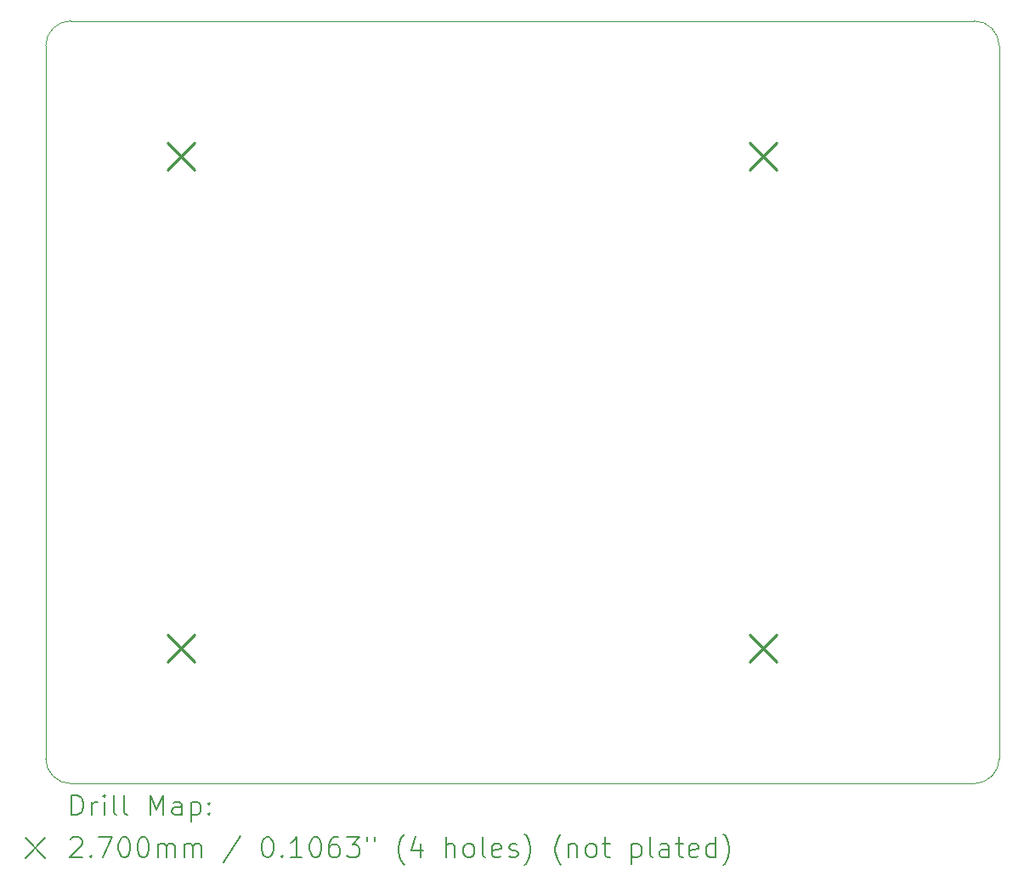
<source format=gbr>
%TF.GenerationSoftware,KiCad,Pcbnew,8.0.1*%
%TF.CreationDate,2024-04-28T12:21:24+02:00*%
%TF.ProjectId,IoT-Project,496f542d-5072-46f6-9a65-63742e6b6963,rev?*%
%TF.SameCoordinates,Original*%
%TF.FileFunction,Drillmap*%
%TF.FilePolarity,Positive*%
%FSLAX45Y45*%
G04 Gerber Fmt 4.5, Leading zero omitted, Abs format (unit mm)*
G04 Created by KiCad (PCBNEW 8.0.1) date 2024-04-28 12:21:24*
%MOMM*%
%LPD*%
G01*
G04 APERTURE LIST*
%ADD10C,0.050000*%
%ADD11C,0.200000*%
%ADD12C,0.270000*%
G04 APERTURE END LIST*
D10*
X12900000Y-16250000D02*
X3900000Y-16250000D01*
X13150000Y-8900000D02*
X13150000Y-16000000D01*
X3900000Y-8650000D02*
X12900000Y-8650000D01*
X3650000Y-16000000D02*
X3650000Y-8900000D01*
X3900000Y-16250000D02*
G75*
G02*
X3650000Y-16000000I0J250000D01*
G01*
X13150000Y-16000000D02*
G75*
G02*
X12900000Y-16250000I-250000J0D01*
G01*
X3650000Y-8900000D02*
G75*
G02*
X3900000Y-8650000I250000J0D01*
G01*
X12900000Y-8650000D02*
G75*
G02*
X13150000Y-8900000I0J-250000D01*
G01*
D11*
D12*
X4865000Y-9865000D02*
X5135000Y-10135000D01*
X5135000Y-9865000D02*
X4865000Y-10135000D01*
X4865000Y-14765000D02*
X5135000Y-15035000D01*
X5135000Y-14765000D02*
X4865000Y-15035000D01*
X10665000Y-9865000D02*
X10935000Y-10135000D01*
X10935000Y-9865000D02*
X10665000Y-10135000D01*
X10665000Y-14765000D02*
X10935000Y-15035000D01*
X10935000Y-14765000D02*
X10665000Y-15035000D01*
D11*
X3908277Y-16563984D02*
X3908277Y-16363984D01*
X3908277Y-16363984D02*
X3955896Y-16363984D01*
X3955896Y-16363984D02*
X3984467Y-16373508D01*
X3984467Y-16373508D02*
X4003515Y-16392555D01*
X4003515Y-16392555D02*
X4013039Y-16411603D01*
X4013039Y-16411603D02*
X4022562Y-16449698D01*
X4022562Y-16449698D02*
X4022562Y-16478269D01*
X4022562Y-16478269D02*
X4013039Y-16516365D01*
X4013039Y-16516365D02*
X4003515Y-16535412D01*
X4003515Y-16535412D02*
X3984467Y-16554460D01*
X3984467Y-16554460D02*
X3955896Y-16563984D01*
X3955896Y-16563984D02*
X3908277Y-16563984D01*
X4108277Y-16563984D02*
X4108277Y-16430650D01*
X4108277Y-16468746D02*
X4117801Y-16449698D01*
X4117801Y-16449698D02*
X4127324Y-16440174D01*
X4127324Y-16440174D02*
X4146372Y-16430650D01*
X4146372Y-16430650D02*
X4165420Y-16430650D01*
X4232086Y-16563984D02*
X4232086Y-16430650D01*
X4232086Y-16363984D02*
X4222563Y-16373508D01*
X4222563Y-16373508D02*
X4232086Y-16383031D01*
X4232086Y-16383031D02*
X4241610Y-16373508D01*
X4241610Y-16373508D02*
X4232086Y-16363984D01*
X4232086Y-16363984D02*
X4232086Y-16383031D01*
X4355896Y-16563984D02*
X4336848Y-16554460D01*
X4336848Y-16554460D02*
X4327324Y-16535412D01*
X4327324Y-16535412D02*
X4327324Y-16363984D01*
X4460658Y-16563984D02*
X4441610Y-16554460D01*
X4441610Y-16554460D02*
X4432086Y-16535412D01*
X4432086Y-16535412D02*
X4432086Y-16363984D01*
X4689229Y-16563984D02*
X4689229Y-16363984D01*
X4689229Y-16363984D02*
X4755896Y-16506841D01*
X4755896Y-16506841D02*
X4822563Y-16363984D01*
X4822563Y-16363984D02*
X4822563Y-16563984D01*
X5003515Y-16563984D02*
X5003515Y-16459222D01*
X5003515Y-16459222D02*
X4993991Y-16440174D01*
X4993991Y-16440174D02*
X4974944Y-16430650D01*
X4974944Y-16430650D02*
X4936848Y-16430650D01*
X4936848Y-16430650D02*
X4917801Y-16440174D01*
X5003515Y-16554460D02*
X4984467Y-16563984D01*
X4984467Y-16563984D02*
X4936848Y-16563984D01*
X4936848Y-16563984D02*
X4917801Y-16554460D01*
X4917801Y-16554460D02*
X4908277Y-16535412D01*
X4908277Y-16535412D02*
X4908277Y-16516365D01*
X4908277Y-16516365D02*
X4917801Y-16497317D01*
X4917801Y-16497317D02*
X4936848Y-16487793D01*
X4936848Y-16487793D02*
X4984467Y-16487793D01*
X4984467Y-16487793D02*
X5003515Y-16478269D01*
X5098753Y-16430650D02*
X5098753Y-16630650D01*
X5098753Y-16440174D02*
X5117801Y-16430650D01*
X5117801Y-16430650D02*
X5155896Y-16430650D01*
X5155896Y-16430650D02*
X5174944Y-16440174D01*
X5174944Y-16440174D02*
X5184467Y-16449698D01*
X5184467Y-16449698D02*
X5193991Y-16468746D01*
X5193991Y-16468746D02*
X5193991Y-16525888D01*
X5193991Y-16525888D02*
X5184467Y-16544936D01*
X5184467Y-16544936D02*
X5174944Y-16554460D01*
X5174944Y-16554460D02*
X5155896Y-16563984D01*
X5155896Y-16563984D02*
X5117801Y-16563984D01*
X5117801Y-16563984D02*
X5098753Y-16554460D01*
X5279705Y-16544936D02*
X5289229Y-16554460D01*
X5289229Y-16554460D02*
X5279705Y-16563984D01*
X5279705Y-16563984D02*
X5270182Y-16554460D01*
X5270182Y-16554460D02*
X5279705Y-16544936D01*
X5279705Y-16544936D02*
X5279705Y-16563984D01*
X5279705Y-16440174D02*
X5289229Y-16449698D01*
X5289229Y-16449698D02*
X5279705Y-16459222D01*
X5279705Y-16459222D02*
X5270182Y-16449698D01*
X5270182Y-16449698D02*
X5279705Y-16440174D01*
X5279705Y-16440174D02*
X5279705Y-16459222D01*
X3447500Y-16792500D02*
X3647500Y-16992500D01*
X3647500Y-16792500D02*
X3447500Y-16992500D01*
X3898753Y-16803031D02*
X3908277Y-16793508D01*
X3908277Y-16793508D02*
X3927324Y-16783984D01*
X3927324Y-16783984D02*
X3974943Y-16783984D01*
X3974943Y-16783984D02*
X3993991Y-16793508D01*
X3993991Y-16793508D02*
X4003515Y-16803031D01*
X4003515Y-16803031D02*
X4013039Y-16822079D01*
X4013039Y-16822079D02*
X4013039Y-16841127D01*
X4013039Y-16841127D02*
X4003515Y-16869698D01*
X4003515Y-16869698D02*
X3889229Y-16983984D01*
X3889229Y-16983984D02*
X4013039Y-16983984D01*
X4098753Y-16964936D02*
X4108277Y-16974460D01*
X4108277Y-16974460D02*
X4098753Y-16983984D01*
X4098753Y-16983984D02*
X4089229Y-16974460D01*
X4089229Y-16974460D02*
X4098753Y-16964936D01*
X4098753Y-16964936D02*
X4098753Y-16983984D01*
X4174943Y-16783984D02*
X4308277Y-16783984D01*
X4308277Y-16783984D02*
X4222563Y-16983984D01*
X4422563Y-16783984D02*
X4441610Y-16783984D01*
X4441610Y-16783984D02*
X4460658Y-16793508D01*
X4460658Y-16793508D02*
X4470182Y-16803031D01*
X4470182Y-16803031D02*
X4479705Y-16822079D01*
X4479705Y-16822079D02*
X4489229Y-16860174D01*
X4489229Y-16860174D02*
X4489229Y-16907793D01*
X4489229Y-16907793D02*
X4479705Y-16945889D01*
X4479705Y-16945889D02*
X4470182Y-16964936D01*
X4470182Y-16964936D02*
X4460658Y-16974460D01*
X4460658Y-16974460D02*
X4441610Y-16983984D01*
X4441610Y-16983984D02*
X4422563Y-16983984D01*
X4422563Y-16983984D02*
X4403515Y-16974460D01*
X4403515Y-16974460D02*
X4393991Y-16964936D01*
X4393991Y-16964936D02*
X4384467Y-16945889D01*
X4384467Y-16945889D02*
X4374944Y-16907793D01*
X4374944Y-16907793D02*
X4374944Y-16860174D01*
X4374944Y-16860174D02*
X4384467Y-16822079D01*
X4384467Y-16822079D02*
X4393991Y-16803031D01*
X4393991Y-16803031D02*
X4403515Y-16793508D01*
X4403515Y-16793508D02*
X4422563Y-16783984D01*
X4613039Y-16783984D02*
X4632086Y-16783984D01*
X4632086Y-16783984D02*
X4651134Y-16793508D01*
X4651134Y-16793508D02*
X4660658Y-16803031D01*
X4660658Y-16803031D02*
X4670182Y-16822079D01*
X4670182Y-16822079D02*
X4679705Y-16860174D01*
X4679705Y-16860174D02*
X4679705Y-16907793D01*
X4679705Y-16907793D02*
X4670182Y-16945889D01*
X4670182Y-16945889D02*
X4660658Y-16964936D01*
X4660658Y-16964936D02*
X4651134Y-16974460D01*
X4651134Y-16974460D02*
X4632086Y-16983984D01*
X4632086Y-16983984D02*
X4613039Y-16983984D01*
X4613039Y-16983984D02*
X4593991Y-16974460D01*
X4593991Y-16974460D02*
X4584467Y-16964936D01*
X4584467Y-16964936D02*
X4574944Y-16945889D01*
X4574944Y-16945889D02*
X4565420Y-16907793D01*
X4565420Y-16907793D02*
X4565420Y-16860174D01*
X4565420Y-16860174D02*
X4574944Y-16822079D01*
X4574944Y-16822079D02*
X4584467Y-16803031D01*
X4584467Y-16803031D02*
X4593991Y-16793508D01*
X4593991Y-16793508D02*
X4613039Y-16783984D01*
X4765420Y-16983984D02*
X4765420Y-16850650D01*
X4765420Y-16869698D02*
X4774944Y-16860174D01*
X4774944Y-16860174D02*
X4793991Y-16850650D01*
X4793991Y-16850650D02*
X4822563Y-16850650D01*
X4822563Y-16850650D02*
X4841610Y-16860174D01*
X4841610Y-16860174D02*
X4851134Y-16879222D01*
X4851134Y-16879222D02*
X4851134Y-16983984D01*
X4851134Y-16879222D02*
X4860658Y-16860174D01*
X4860658Y-16860174D02*
X4879705Y-16850650D01*
X4879705Y-16850650D02*
X4908277Y-16850650D01*
X4908277Y-16850650D02*
X4927325Y-16860174D01*
X4927325Y-16860174D02*
X4936848Y-16879222D01*
X4936848Y-16879222D02*
X4936848Y-16983984D01*
X5032086Y-16983984D02*
X5032086Y-16850650D01*
X5032086Y-16869698D02*
X5041610Y-16860174D01*
X5041610Y-16860174D02*
X5060658Y-16850650D01*
X5060658Y-16850650D02*
X5089229Y-16850650D01*
X5089229Y-16850650D02*
X5108277Y-16860174D01*
X5108277Y-16860174D02*
X5117801Y-16879222D01*
X5117801Y-16879222D02*
X5117801Y-16983984D01*
X5117801Y-16879222D02*
X5127325Y-16860174D01*
X5127325Y-16860174D02*
X5146372Y-16850650D01*
X5146372Y-16850650D02*
X5174944Y-16850650D01*
X5174944Y-16850650D02*
X5193991Y-16860174D01*
X5193991Y-16860174D02*
X5203515Y-16879222D01*
X5203515Y-16879222D02*
X5203515Y-16983984D01*
X5593991Y-16774460D02*
X5422563Y-17031603D01*
X5851134Y-16783984D02*
X5870182Y-16783984D01*
X5870182Y-16783984D02*
X5889229Y-16793508D01*
X5889229Y-16793508D02*
X5898753Y-16803031D01*
X5898753Y-16803031D02*
X5908277Y-16822079D01*
X5908277Y-16822079D02*
X5917801Y-16860174D01*
X5917801Y-16860174D02*
X5917801Y-16907793D01*
X5917801Y-16907793D02*
X5908277Y-16945889D01*
X5908277Y-16945889D02*
X5898753Y-16964936D01*
X5898753Y-16964936D02*
X5889229Y-16974460D01*
X5889229Y-16974460D02*
X5870182Y-16983984D01*
X5870182Y-16983984D02*
X5851134Y-16983984D01*
X5851134Y-16983984D02*
X5832086Y-16974460D01*
X5832086Y-16974460D02*
X5822563Y-16964936D01*
X5822563Y-16964936D02*
X5813039Y-16945889D01*
X5813039Y-16945889D02*
X5803515Y-16907793D01*
X5803515Y-16907793D02*
X5803515Y-16860174D01*
X5803515Y-16860174D02*
X5813039Y-16822079D01*
X5813039Y-16822079D02*
X5822563Y-16803031D01*
X5822563Y-16803031D02*
X5832086Y-16793508D01*
X5832086Y-16793508D02*
X5851134Y-16783984D01*
X6003515Y-16964936D02*
X6013039Y-16974460D01*
X6013039Y-16974460D02*
X6003515Y-16983984D01*
X6003515Y-16983984D02*
X5993991Y-16974460D01*
X5993991Y-16974460D02*
X6003515Y-16964936D01*
X6003515Y-16964936D02*
X6003515Y-16983984D01*
X6203515Y-16983984D02*
X6089229Y-16983984D01*
X6146372Y-16983984D02*
X6146372Y-16783984D01*
X6146372Y-16783984D02*
X6127325Y-16812555D01*
X6127325Y-16812555D02*
X6108277Y-16831603D01*
X6108277Y-16831603D02*
X6089229Y-16841127D01*
X6327325Y-16783984D02*
X6346372Y-16783984D01*
X6346372Y-16783984D02*
X6365420Y-16793508D01*
X6365420Y-16793508D02*
X6374944Y-16803031D01*
X6374944Y-16803031D02*
X6384467Y-16822079D01*
X6384467Y-16822079D02*
X6393991Y-16860174D01*
X6393991Y-16860174D02*
X6393991Y-16907793D01*
X6393991Y-16907793D02*
X6384467Y-16945889D01*
X6384467Y-16945889D02*
X6374944Y-16964936D01*
X6374944Y-16964936D02*
X6365420Y-16974460D01*
X6365420Y-16974460D02*
X6346372Y-16983984D01*
X6346372Y-16983984D02*
X6327325Y-16983984D01*
X6327325Y-16983984D02*
X6308277Y-16974460D01*
X6308277Y-16974460D02*
X6298753Y-16964936D01*
X6298753Y-16964936D02*
X6289229Y-16945889D01*
X6289229Y-16945889D02*
X6279706Y-16907793D01*
X6279706Y-16907793D02*
X6279706Y-16860174D01*
X6279706Y-16860174D02*
X6289229Y-16822079D01*
X6289229Y-16822079D02*
X6298753Y-16803031D01*
X6298753Y-16803031D02*
X6308277Y-16793508D01*
X6308277Y-16793508D02*
X6327325Y-16783984D01*
X6565420Y-16783984D02*
X6527325Y-16783984D01*
X6527325Y-16783984D02*
X6508277Y-16793508D01*
X6508277Y-16793508D02*
X6498753Y-16803031D01*
X6498753Y-16803031D02*
X6479706Y-16831603D01*
X6479706Y-16831603D02*
X6470182Y-16869698D01*
X6470182Y-16869698D02*
X6470182Y-16945889D01*
X6470182Y-16945889D02*
X6479706Y-16964936D01*
X6479706Y-16964936D02*
X6489229Y-16974460D01*
X6489229Y-16974460D02*
X6508277Y-16983984D01*
X6508277Y-16983984D02*
X6546372Y-16983984D01*
X6546372Y-16983984D02*
X6565420Y-16974460D01*
X6565420Y-16974460D02*
X6574944Y-16964936D01*
X6574944Y-16964936D02*
X6584467Y-16945889D01*
X6584467Y-16945889D02*
X6584467Y-16898270D01*
X6584467Y-16898270D02*
X6574944Y-16879222D01*
X6574944Y-16879222D02*
X6565420Y-16869698D01*
X6565420Y-16869698D02*
X6546372Y-16860174D01*
X6546372Y-16860174D02*
X6508277Y-16860174D01*
X6508277Y-16860174D02*
X6489229Y-16869698D01*
X6489229Y-16869698D02*
X6479706Y-16879222D01*
X6479706Y-16879222D02*
X6470182Y-16898270D01*
X6651134Y-16783984D02*
X6774944Y-16783984D01*
X6774944Y-16783984D02*
X6708277Y-16860174D01*
X6708277Y-16860174D02*
X6736848Y-16860174D01*
X6736848Y-16860174D02*
X6755896Y-16869698D01*
X6755896Y-16869698D02*
X6765420Y-16879222D01*
X6765420Y-16879222D02*
X6774944Y-16898270D01*
X6774944Y-16898270D02*
X6774944Y-16945889D01*
X6774944Y-16945889D02*
X6765420Y-16964936D01*
X6765420Y-16964936D02*
X6755896Y-16974460D01*
X6755896Y-16974460D02*
X6736848Y-16983984D01*
X6736848Y-16983984D02*
X6679706Y-16983984D01*
X6679706Y-16983984D02*
X6660658Y-16974460D01*
X6660658Y-16974460D02*
X6651134Y-16964936D01*
X6851134Y-16783984D02*
X6851134Y-16822079D01*
X6927325Y-16783984D02*
X6927325Y-16822079D01*
X7222563Y-17060174D02*
X7213039Y-17050650D01*
X7213039Y-17050650D02*
X7193991Y-17022079D01*
X7193991Y-17022079D02*
X7184468Y-17003031D01*
X7184468Y-17003031D02*
X7174944Y-16974460D01*
X7174944Y-16974460D02*
X7165420Y-16926841D01*
X7165420Y-16926841D02*
X7165420Y-16888746D01*
X7165420Y-16888746D02*
X7174944Y-16841127D01*
X7174944Y-16841127D02*
X7184468Y-16812555D01*
X7184468Y-16812555D02*
X7193991Y-16793508D01*
X7193991Y-16793508D02*
X7213039Y-16764936D01*
X7213039Y-16764936D02*
X7222563Y-16755412D01*
X7384468Y-16850650D02*
X7384468Y-16983984D01*
X7336848Y-16774460D02*
X7289229Y-16917317D01*
X7289229Y-16917317D02*
X7413039Y-16917317D01*
X7641610Y-16983984D02*
X7641610Y-16783984D01*
X7727325Y-16983984D02*
X7727325Y-16879222D01*
X7727325Y-16879222D02*
X7717801Y-16860174D01*
X7717801Y-16860174D02*
X7698753Y-16850650D01*
X7698753Y-16850650D02*
X7670182Y-16850650D01*
X7670182Y-16850650D02*
X7651134Y-16860174D01*
X7651134Y-16860174D02*
X7641610Y-16869698D01*
X7851134Y-16983984D02*
X7832087Y-16974460D01*
X7832087Y-16974460D02*
X7822563Y-16964936D01*
X7822563Y-16964936D02*
X7813039Y-16945889D01*
X7813039Y-16945889D02*
X7813039Y-16888746D01*
X7813039Y-16888746D02*
X7822563Y-16869698D01*
X7822563Y-16869698D02*
X7832087Y-16860174D01*
X7832087Y-16860174D02*
X7851134Y-16850650D01*
X7851134Y-16850650D02*
X7879706Y-16850650D01*
X7879706Y-16850650D02*
X7898753Y-16860174D01*
X7898753Y-16860174D02*
X7908277Y-16869698D01*
X7908277Y-16869698D02*
X7917801Y-16888746D01*
X7917801Y-16888746D02*
X7917801Y-16945889D01*
X7917801Y-16945889D02*
X7908277Y-16964936D01*
X7908277Y-16964936D02*
X7898753Y-16974460D01*
X7898753Y-16974460D02*
X7879706Y-16983984D01*
X7879706Y-16983984D02*
X7851134Y-16983984D01*
X8032087Y-16983984D02*
X8013039Y-16974460D01*
X8013039Y-16974460D02*
X8003515Y-16955412D01*
X8003515Y-16955412D02*
X8003515Y-16783984D01*
X8184468Y-16974460D02*
X8165420Y-16983984D01*
X8165420Y-16983984D02*
X8127325Y-16983984D01*
X8127325Y-16983984D02*
X8108277Y-16974460D01*
X8108277Y-16974460D02*
X8098753Y-16955412D01*
X8098753Y-16955412D02*
X8098753Y-16879222D01*
X8098753Y-16879222D02*
X8108277Y-16860174D01*
X8108277Y-16860174D02*
X8127325Y-16850650D01*
X8127325Y-16850650D02*
X8165420Y-16850650D01*
X8165420Y-16850650D02*
X8184468Y-16860174D01*
X8184468Y-16860174D02*
X8193991Y-16879222D01*
X8193991Y-16879222D02*
X8193991Y-16898270D01*
X8193991Y-16898270D02*
X8098753Y-16917317D01*
X8270182Y-16974460D02*
X8289230Y-16983984D01*
X8289230Y-16983984D02*
X8327325Y-16983984D01*
X8327325Y-16983984D02*
X8346372Y-16974460D01*
X8346372Y-16974460D02*
X8355896Y-16955412D01*
X8355896Y-16955412D02*
X8355896Y-16945889D01*
X8355896Y-16945889D02*
X8346372Y-16926841D01*
X8346372Y-16926841D02*
X8327325Y-16917317D01*
X8327325Y-16917317D02*
X8298753Y-16917317D01*
X8298753Y-16917317D02*
X8279706Y-16907793D01*
X8279706Y-16907793D02*
X8270182Y-16888746D01*
X8270182Y-16888746D02*
X8270182Y-16879222D01*
X8270182Y-16879222D02*
X8279706Y-16860174D01*
X8279706Y-16860174D02*
X8298753Y-16850650D01*
X8298753Y-16850650D02*
X8327325Y-16850650D01*
X8327325Y-16850650D02*
X8346372Y-16860174D01*
X8422563Y-17060174D02*
X8432087Y-17050650D01*
X8432087Y-17050650D02*
X8451134Y-17022079D01*
X8451134Y-17022079D02*
X8460658Y-17003031D01*
X8460658Y-17003031D02*
X8470182Y-16974460D01*
X8470182Y-16974460D02*
X8479706Y-16926841D01*
X8479706Y-16926841D02*
X8479706Y-16888746D01*
X8479706Y-16888746D02*
X8470182Y-16841127D01*
X8470182Y-16841127D02*
X8460658Y-16812555D01*
X8460658Y-16812555D02*
X8451134Y-16793508D01*
X8451134Y-16793508D02*
X8432087Y-16764936D01*
X8432087Y-16764936D02*
X8422563Y-16755412D01*
X8784468Y-17060174D02*
X8774944Y-17050650D01*
X8774944Y-17050650D02*
X8755896Y-17022079D01*
X8755896Y-17022079D02*
X8746373Y-17003031D01*
X8746373Y-17003031D02*
X8736849Y-16974460D01*
X8736849Y-16974460D02*
X8727325Y-16926841D01*
X8727325Y-16926841D02*
X8727325Y-16888746D01*
X8727325Y-16888746D02*
X8736849Y-16841127D01*
X8736849Y-16841127D02*
X8746373Y-16812555D01*
X8746373Y-16812555D02*
X8755896Y-16793508D01*
X8755896Y-16793508D02*
X8774944Y-16764936D01*
X8774944Y-16764936D02*
X8784468Y-16755412D01*
X8860658Y-16850650D02*
X8860658Y-16983984D01*
X8860658Y-16869698D02*
X8870182Y-16860174D01*
X8870182Y-16860174D02*
X8889230Y-16850650D01*
X8889230Y-16850650D02*
X8917801Y-16850650D01*
X8917801Y-16850650D02*
X8936849Y-16860174D01*
X8936849Y-16860174D02*
X8946373Y-16879222D01*
X8946373Y-16879222D02*
X8946373Y-16983984D01*
X9070182Y-16983984D02*
X9051134Y-16974460D01*
X9051134Y-16974460D02*
X9041611Y-16964936D01*
X9041611Y-16964936D02*
X9032087Y-16945889D01*
X9032087Y-16945889D02*
X9032087Y-16888746D01*
X9032087Y-16888746D02*
X9041611Y-16869698D01*
X9041611Y-16869698D02*
X9051134Y-16860174D01*
X9051134Y-16860174D02*
X9070182Y-16850650D01*
X9070182Y-16850650D02*
X9098754Y-16850650D01*
X9098754Y-16850650D02*
X9117801Y-16860174D01*
X9117801Y-16860174D02*
X9127325Y-16869698D01*
X9127325Y-16869698D02*
X9136849Y-16888746D01*
X9136849Y-16888746D02*
X9136849Y-16945889D01*
X9136849Y-16945889D02*
X9127325Y-16964936D01*
X9127325Y-16964936D02*
X9117801Y-16974460D01*
X9117801Y-16974460D02*
X9098754Y-16983984D01*
X9098754Y-16983984D02*
X9070182Y-16983984D01*
X9193992Y-16850650D02*
X9270182Y-16850650D01*
X9222563Y-16783984D02*
X9222563Y-16955412D01*
X9222563Y-16955412D02*
X9232087Y-16974460D01*
X9232087Y-16974460D02*
X9251134Y-16983984D01*
X9251134Y-16983984D02*
X9270182Y-16983984D01*
X9489230Y-16850650D02*
X9489230Y-17050650D01*
X9489230Y-16860174D02*
X9508277Y-16850650D01*
X9508277Y-16850650D02*
X9546373Y-16850650D01*
X9546373Y-16850650D02*
X9565420Y-16860174D01*
X9565420Y-16860174D02*
X9574944Y-16869698D01*
X9574944Y-16869698D02*
X9584468Y-16888746D01*
X9584468Y-16888746D02*
X9584468Y-16945889D01*
X9584468Y-16945889D02*
X9574944Y-16964936D01*
X9574944Y-16964936D02*
X9565420Y-16974460D01*
X9565420Y-16974460D02*
X9546373Y-16983984D01*
X9546373Y-16983984D02*
X9508277Y-16983984D01*
X9508277Y-16983984D02*
X9489230Y-16974460D01*
X9698754Y-16983984D02*
X9679706Y-16974460D01*
X9679706Y-16974460D02*
X9670182Y-16955412D01*
X9670182Y-16955412D02*
X9670182Y-16783984D01*
X9860658Y-16983984D02*
X9860658Y-16879222D01*
X9860658Y-16879222D02*
X9851135Y-16860174D01*
X9851135Y-16860174D02*
X9832087Y-16850650D01*
X9832087Y-16850650D02*
X9793992Y-16850650D01*
X9793992Y-16850650D02*
X9774944Y-16860174D01*
X9860658Y-16974460D02*
X9841611Y-16983984D01*
X9841611Y-16983984D02*
X9793992Y-16983984D01*
X9793992Y-16983984D02*
X9774944Y-16974460D01*
X9774944Y-16974460D02*
X9765420Y-16955412D01*
X9765420Y-16955412D02*
X9765420Y-16936365D01*
X9765420Y-16936365D02*
X9774944Y-16917317D01*
X9774944Y-16917317D02*
X9793992Y-16907793D01*
X9793992Y-16907793D02*
X9841611Y-16907793D01*
X9841611Y-16907793D02*
X9860658Y-16898270D01*
X9927325Y-16850650D02*
X10003515Y-16850650D01*
X9955896Y-16783984D02*
X9955896Y-16955412D01*
X9955896Y-16955412D02*
X9965420Y-16974460D01*
X9965420Y-16974460D02*
X9984468Y-16983984D01*
X9984468Y-16983984D02*
X10003515Y-16983984D01*
X10146373Y-16974460D02*
X10127325Y-16983984D01*
X10127325Y-16983984D02*
X10089230Y-16983984D01*
X10089230Y-16983984D02*
X10070182Y-16974460D01*
X10070182Y-16974460D02*
X10060658Y-16955412D01*
X10060658Y-16955412D02*
X10060658Y-16879222D01*
X10060658Y-16879222D02*
X10070182Y-16860174D01*
X10070182Y-16860174D02*
X10089230Y-16850650D01*
X10089230Y-16850650D02*
X10127325Y-16850650D01*
X10127325Y-16850650D02*
X10146373Y-16860174D01*
X10146373Y-16860174D02*
X10155896Y-16879222D01*
X10155896Y-16879222D02*
X10155896Y-16898270D01*
X10155896Y-16898270D02*
X10060658Y-16917317D01*
X10327325Y-16983984D02*
X10327325Y-16783984D01*
X10327325Y-16974460D02*
X10308277Y-16983984D01*
X10308277Y-16983984D02*
X10270182Y-16983984D01*
X10270182Y-16983984D02*
X10251135Y-16974460D01*
X10251135Y-16974460D02*
X10241611Y-16964936D01*
X10241611Y-16964936D02*
X10232087Y-16945889D01*
X10232087Y-16945889D02*
X10232087Y-16888746D01*
X10232087Y-16888746D02*
X10241611Y-16869698D01*
X10241611Y-16869698D02*
X10251135Y-16860174D01*
X10251135Y-16860174D02*
X10270182Y-16850650D01*
X10270182Y-16850650D02*
X10308277Y-16850650D01*
X10308277Y-16850650D02*
X10327325Y-16860174D01*
X10403516Y-17060174D02*
X10413039Y-17050650D01*
X10413039Y-17050650D02*
X10432087Y-17022079D01*
X10432087Y-17022079D02*
X10441611Y-17003031D01*
X10441611Y-17003031D02*
X10451135Y-16974460D01*
X10451135Y-16974460D02*
X10460658Y-16926841D01*
X10460658Y-16926841D02*
X10460658Y-16888746D01*
X10460658Y-16888746D02*
X10451135Y-16841127D01*
X10451135Y-16841127D02*
X10441611Y-16812555D01*
X10441611Y-16812555D02*
X10432087Y-16793508D01*
X10432087Y-16793508D02*
X10413039Y-16764936D01*
X10413039Y-16764936D02*
X10403516Y-16755412D01*
M02*

</source>
